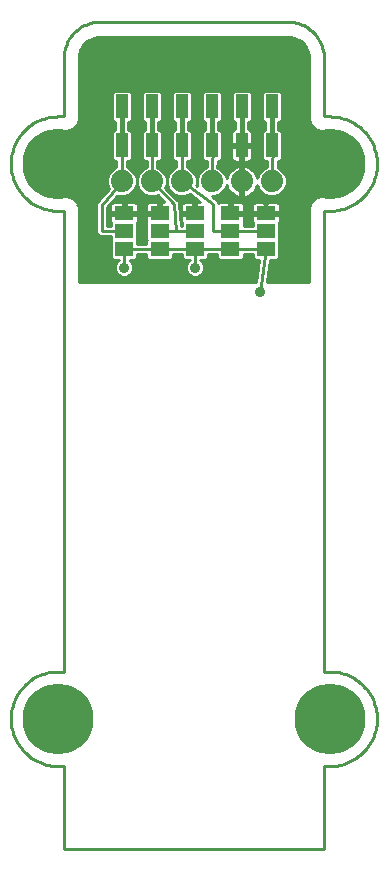
<source format=gtl>
G75*
%MOIN*%
%OFA0B0*%
%FSLAX24Y24*%
%IPPOS*%
%LPD*%
%AMOC8*
5,1,8,0,0,1.08239X$1,22.5*
%
%ADD10C,0.0100*%
%ADD11R,0.0630X0.0460*%
%ADD12C,0.0740*%
%ADD13C,0.0160*%
%ADD14R,0.0394X0.0787*%
%ADD15R,0.0197X0.0197*%
%ADD16C,0.2362*%
%ADD17C,0.0357*%
D10*
X002315Y003693D02*
X002512Y003693D01*
X002512Y000937D01*
X011174Y000937D01*
X011174Y003693D01*
X011370Y003693D01*
X011449Y003695D01*
X011527Y003701D01*
X011605Y003711D01*
X011682Y003724D01*
X011759Y003742D01*
X011834Y003763D01*
X011909Y003788D01*
X011982Y003817D01*
X012053Y003849D01*
X012123Y003885D01*
X012191Y003924D01*
X012257Y003967D01*
X012321Y004013D01*
X012382Y004061D01*
X012441Y004113D01*
X012497Y004168D01*
X012551Y004226D01*
X012601Y004286D01*
X012649Y004349D01*
X012693Y004413D01*
X012734Y004481D01*
X012772Y004549D01*
X012806Y004620D01*
X012836Y004693D01*
X012863Y004766D01*
X012886Y004841D01*
X012906Y004918D01*
X012921Y004995D01*
X012933Y005072D01*
X012941Y005150D01*
X012945Y005229D01*
X012945Y005307D01*
X012941Y005386D01*
X012933Y005464D01*
X012921Y005541D01*
X012906Y005618D01*
X012886Y005695D01*
X012863Y005770D01*
X012836Y005843D01*
X012806Y005916D01*
X012772Y005987D01*
X012734Y006056D01*
X012693Y006123D01*
X012649Y006187D01*
X012601Y006250D01*
X012551Y006310D01*
X012497Y006368D01*
X012441Y006423D01*
X012382Y006475D01*
X012321Y006523D01*
X012257Y006569D01*
X012191Y006612D01*
X012123Y006651D01*
X012053Y006687D01*
X011982Y006719D01*
X011909Y006748D01*
X011834Y006773D01*
X011759Y006794D01*
X011682Y006812D01*
X011605Y006825D01*
X011527Y006835D01*
X011449Y006841D01*
X011370Y006843D01*
X011174Y006843D01*
X011174Y022197D01*
X011370Y022197D01*
X011370Y022697D02*
X011074Y022697D01*
X010890Y022621D01*
X010750Y022480D01*
X010674Y022297D01*
X010674Y019835D01*
X009277Y019835D01*
X009377Y020568D01*
X009613Y020568D01*
X009689Y020644D01*
X009689Y021212D01*
X009673Y021228D01*
X009689Y021244D01*
X009689Y021812D01*
X009685Y021816D01*
X009699Y021840D01*
X009709Y021878D01*
X009709Y022078D01*
X009493Y022078D01*
X009493Y022178D01*
X009709Y022178D01*
X009709Y022378D01*
X009699Y022416D01*
X009680Y022450D01*
X009652Y022478D01*
X009617Y022498D01*
X009579Y022508D01*
X009294Y022508D01*
X009294Y022426D01*
X009244Y022426D01*
X009194Y022426D01*
X009194Y022508D01*
X008910Y022508D01*
X008872Y022498D01*
X008837Y022478D01*
X008809Y022450D01*
X008790Y022416D01*
X008779Y022378D01*
X008779Y022178D01*
X008996Y022178D01*
X008996Y022178D01*
X009194Y022178D01*
X009194Y022178D01*
X008996Y022178D01*
X008996Y022078D01*
X008779Y022078D01*
X008779Y021878D01*
X008790Y021840D01*
X008804Y021816D01*
X008799Y021812D01*
X008799Y021708D01*
X008508Y021708D01*
X008508Y021812D01*
X008504Y021816D01*
X008518Y021840D01*
X008528Y021878D01*
X008528Y022078D01*
X008113Y022078D01*
X008113Y022178D01*
X008013Y022178D01*
X008013Y022508D01*
X007729Y022508D01*
X007690Y022498D01*
X007656Y022478D01*
X007653Y022475D01*
X007653Y022508D01*
X007641Y022519D01*
X007639Y022535D01*
X007590Y022571D01*
X007547Y022613D01*
X007531Y022613D01*
X007437Y022681D01*
X007541Y022681D01*
X007725Y022758D01*
X007865Y022898D01*
X007934Y023063D01*
X007934Y023060D01*
X007959Y022982D01*
X007997Y022909D01*
X008045Y022843D01*
X008103Y022785D01*
X008169Y022737D01*
X008242Y022700D01*
X008320Y022674D01*
X008391Y022663D01*
X008391Y023131D01*
X008491Y023131D01*
X008491Y022663D01*
X008563Y022674D01*
X008641Y022700D01*
X008714Y022737D01*
X008780Y022785D01*
X008838Y022843D01*
X008886Y022909D01*
X008923Y022982D01*
X008949Y023060D01*
X008949Y023063D01*
X009017Y022898D01*
X009158Y022758D01*
X009342Y022681D01*
X009541Y022681D01*
X009725Y022758D01*
X009865Y022898D01*
X009941Y023082D01*
X009941Y023281D01*
X009865Y023465D01*
X009725Y023605D01*
X009633Y023643D01*
X009639Y023859D01*
X009692Y023859D01*
X009768Y023935D01*
X009768Y024830D01*
X009692Y024906D01*
X009653Y024906D01*
X009651Y024950D01*
X009651Y025158D01*
X009692Y025158D01*
X009768Y025234D01*
X009768Y026129D01*
X009692Y026205D01*
X009191Y026205D01*
X009114Y026129D01*
X009114Y025234D01*
X009191Y025158D01*
X009231Y025158D01*
X009231Y024906D01*
X009191Y024906D01*
X009114Y024830D01*
X009114Y023935D01*
X009191Y023859D01*
X009279Y023859D01*
X009273Y023653D01*
X009158Y023605D01*
X009017Y023465D01*
X008949Y023300D01*
X008949Y023303D01*
X008923Y023381D01*
X008886Y023454D01*
X008838Y023520D01*
X008780Y023578D01*
X008714Y023626D01*
X008641Y023663D01*
X008563Y023689D01*
X008491Y023700D01*
X008491Y023232D01*
X008391Y023232D01*
X008391Y023700D01*
X008320Y023689D01*
X008242Y023663D01*
X008169Y023626D01*
X008103Y023578D01*
X008045Y023520D01*
X007997Y023454D01*
X007959Y023381D01*
X007934Y023303D01*
X007934Y023300D01*
X007865Y023465D01*
X007725Y023605D01*
X007631Y023644D01*
X007635Y023859D01*
X007692Y023859D01*
X007768Y023935D01*
X007768Y024830D01*
X007692Y024906D01*
X007651Y024906D01*
X007651Y025158D01*
X007692Y025158D01*
X007768Y025234D01*
X007768Y026129D01*
X007692Y026205D01*
X007191Y026205D01*
X007114Y026129D01*
X007114Y025234D01*
X007191Y025158D01*
X007231Y025158D01*
X007231Y024906D01*
X007191Y024906D01*
X007114Y024830D01*
X007114Y023935D01*
X007191Y023859D01*
X007275Y023859D01*
X007271Y023652D01*
X007158Y023605D01*
X007017Y023465D01*
X006941Y023281D01*
X006865Y023465D01*
X006725Y023605D01*
X006621Y023648D01*
X006621Y023859D01*
X006692Y023859D01*
X006768Y023935D01*
X006768Y024830D01*
X006692Y024906D01*
X006651Y024906D01*
X006651Y025158D01*
X006692Y025158D01*
X006768Y025234D01*
X006768Y026129D01*
X006692Y026205D01*
X006191Y026205D01*
X006114Y026129D01*
X006114Y025234D01*
X006191Y025158D01*
X006231Y025158D01*
X006231Y024906D01*
X006191Y024906D01*
X006114Y024830D01*
X006114Y023935D01*
X006191Y023859D01*
X006261Y023859D01*
X006261Y023648D01*
X006158Y023605D01*
X006017Y023465D01*
X005941Y023281D01*
X005865Y023465D01*
X005725Y023605D01*
X005628Y023645D01*
X005632Y023859D01*
X005692Y023859D01*
X005768Y023935D01*
X005768Y024830D01*
X005692Y024906D01*
X005651Y024906D01*
X005651Y025158D01*
X005692Y025158D01*
X005768Y025234D01*
X005768Y026129D01*
X005692Y026205D01*
X005191Y026205D01*
X005114Y026129D01*
X005114Y025234D01*
X005191Y025158D01*
X005231Y025158D01*
X005231Y024906D01*
X005191Y024906D01*
X005114Y024830D01*
X005114Y023935D01*
X005191Y023859D01*
X005271Y023859D01*
X005268Y023651D01*
X005158Y023605D01*
X005017Y023465D01*
X004941Y023281D01*
X004865Y023465D01*
X004725Y023605D01*
X004621Y023648D01*
X004621Y023859D01*
X004692Y023859D01*
X004768Y023935D01*
X004768Y024830D01*
X004692Y024906D01*
X004651Y024906D01*
X004651Y025158D01*
X004692Y025158D01*
X004768Y025234D01*
X004768Y026129D01*
X004692Y026205D01*
X004191Y026205D01*
X004114Y026129D01*
X004114Y025234D01*
X004191Y025158D01*
X004231Y025158D01*
X004231Y024906D01*
X004191Y024906D01*
X004114Y024830D01*
X004114Y023935D01*
X004191Y023859D01*
X004261Y023859D01*
X004261Y023648D01*
X004158Y023605D01*
X004017Y023465D01*
X003941Y023281D01*
X003941Y023082D01*
X004000Y022940D01*
X003640Y022516D01*
X003592Y022469D01*
X003592Y022460D01*
X003587Y022454D01*
X003592Y022387D01*
X003592Y021453D01*
X003697Y021348D01*
X004075Y021348D01*
X004075Y021244D01*
X004091Y021228D01*
X004075Y021212D01*
X004075Y020644D01*
X004151Y020568D01*
X004340Y020568D01*
X004340Y020564D01*
X004259Y020482D01*
X004212Y020369D01*
X004212Y020246D01*
X004259Y020133D01*
X004345Y020046D01*
X004459Y019999D01*
X004581Y019999D01*
X004695Y020046D01*
X004782Y020133D01*
X004829Y020246D01*
X004829Y020369D01*
X004782Y020482D01*
X004700Y020564D01*
X004700Y020568D01*
X004889Y020568D01*
X004965Y020644D01*
X004965Y020748D01*
X005256Y020748D01*
X005256Y020644D01*
X005332Y020568D01*
X006070Y020568D01*
X006146Y020644D01*
X006146Y020748D01*
X006437Y020748D01*
X006437Y020644D01*
X006513Y020568D01*
X006702Y020568D01*
X006702Y020564D01*
X006621Y020482D01*
X006574Y020369D01*
X006574Y020246D01*
X006621Y020133D01*
X006708Y020046D01*
X006821Y019999D01*
X006944Y019999D01*
X007057Y020046D01*
X007144Y020133D01*
X007191Y020246D01*
X007191Y020369D01*
X007144Y020482D01*
X007062Y020564D01*
X007062Y020568D01*
X007251Y020568D01*
X007327Y020644D01*
X007327Y020748D01*
X007618Y020748D01*
X007618Y020644D01*
X007695Y020568D01*
X008432Y020568D01*
X008508Y020644D01*
X008508Y020748D01*
X008799Y020748D01*
X008799Y020644D01*
X008876Y020568D01*
X009014Y020568D01*
X008914Y019835D01*
X003012Y019835D01*
X003012Y022297D01*
X002936Y022480D01*
X002795Y022621D01*
X002612Y022697D01*
X002315Y022697D01*
X002175Y022706D01*
X001904Y022779D01*
X001661Y022919D01*
X001463Y023118D01*
X001322Y023361D01*
X001250Y023632D01*
X001250Y023912D01*
X001322Y024183D01*
X001463Y024426D01*
X001661Y024625D01*
X001904Y024765D01*
X002175Y024838D01*
X002315Y024847D01*
X002612Y024847D01*
X002795Y024923D01*
X002936Y025064D01*
X003012Y025247D01*
X003012Y027315D01*
X003018Y027404D01*
X003064Y027576D01*
X003153Y027730D01*
X003279Y027856D01*
X003433Y027945D01*
X003604Y027991D01*
X003693Y027996D01*
X009993Y027996D01*
X010081Y027991D01*
X010253Y027945D01*
X010407Y027856D01*
X010533Y027730D01*
X010622Y027576D01*
X010668Y027404D01*
X010674Y027315D01*
X010674Y025247D01*
X010750Y025064D01*
X010890Y024923D01*
X011074Y024847D01*
X011370Y024847D01*
X011511Y024838D01*
X011782Y024765D01*
X012025Y024625D01*
X012223Y024426D01*
X012363Y024183D01*
X012436Y023912D01*
X012436Y023632D01*
X012363Y023361D01*
X012223Y023118D01*
X012025Y022919D01*
X011782Y022779D01*
X011511Y022706D01*
X011370Y022697D01*
X011503Y022706D02*
X009600Y022706D01*
X009771Y022804D02*
X011826Y022804D01*
X011996Y022903D02*
X009867Y022903D01*
X009908Y023001D02*
X012107Y023001D01*
X012205Y023100D02*
X009941Y023100D01*
X009941Y023198D02*
X012270Y023198D01*
X012327Y023297D02*
X009935Y023297D01*
X009894Y023395D02*
X012373Y023395D01*
X012399Y023494D02*
X009836Y023494D01*
X009737Y023592D02*
X012426Y023592D01*
X012436Y023691D02*
X009634Y023691D01*
X009637Y023789D02*
X012436Y023789D01*
X012436Y023888D02*
X009721Y023888D01*
X009768Y023986D02*
X012416Y023986D01*
X012390Y024085D02*
X009768Y024085D01*
X009768Y024183D02*
X012363Y024183D01*
X012307Y024282D02*
X009768Y024282D01*
X009768Y024380D02*
X012250Y024380D01*
X012171Y024479D02*
X009768Y024479D01*
X009768Y024577D02*
X012072Y024577D01*
X011936Y024676D02*
X009768Y024676D01*
X009768Y024774D02*
X011747Y024774D01*
X011370Y025347D02*
X011174Y025347D01*
X011174Y027315D01*
X010672Y027335D02*
X003014Y027335D01*
X003012Y027237D02*
X010674Y027237D01*
X010674Y027138D02*
X003012Y027138D01*
X003012Y027040D02*
X010674Y027040D01*
X010674Y026941D02*
X003012Y026941D01*
X003012Y026843D02*
X010674Y026843D01*
X010674Y026744D02*
X003012Y026744D01*
X003012Y026646D02*
X010674Y026646D01*
X010674Y026547D02*
X003012Y026547D01*
X003012Y026449D02*
X010674Y026449D01*
X010674Y026350D02*
X003012Y026350D01*
X003012Y026252D02*
X010674Y026252D01*
X010674Y026153D02*
X009744Y026153D01*
X009768Y026055D02*
X010674Y026055D01*
X010674Y025956D02*
X009768Y025956D01*
X009768Y025858D02*
X010674Y025858D01*
X010674Y025759D02*
X009768Y025759D01*
X009768Y025661D02*
X010674Y025661D01*
X010674Y025562D02*
X009768Y025562D01*
X009768Y025464D02*
X010674Y025464D01*
X010674Y025365D02*
X009768Y025365D01*
X009768Y025267D02*
X010674Y025267D01*
X010706Y025168D02*
X009703Y025168D01*
X009651Y025070D02*
X010747Y025070D01*
X010842Y024971D02*
X009651Y024971D01*
X009725Y024873D02*
X011011Y024873D01*
X011370Y025347D02*
X011449Y025345D01*
X011527Y025339D01*
X011605Y025329D01*
X011682Y025316D01*
X011759Y025298D01*
X011834Y025277D01*
X011909Y025252D01*
X011982Y025223D01*
X012053Y025191D01*
X012123Y025155D01*
X012191Y025116D01*
X012257Y025073D01*
X012321Y025027D01*
X012382Y024979D01*
X012441Y024927D01*
X012497Y024872D01*
X012551Y024814D01*
X012601Y024754D01*
X012649Y024691D01*
X012693Y024627D01*
X012734Y024560D01*
X012772Y024491D01*
X012806Y024420D01*
X012836Y024347D01*
X012863Y024274D01*
X012886Y024199D01*
X012906Y024122D01*
X012921Y024045D01*
X012933Y023968D01*
X012941Y023890D01*
X012945Y023811D01*
X012945Y023733D01*
X012941Y023654D01*
X012933Y023576D01*
X012921Y023499D01*
X012906Y023422D01*
X012886Y023345D01*
X012863Y023270D01*
X012836Y023197D01*
X012806Y023124D01*
X012772Y023053D01*
X012734Y022985D01*
X012693Y022917D01*
X012649Y022853D01*
X012601Y022790D01*
X012551Y022730D01*
X012497Y022672D01*
X012441Y022617D01*
X012382Y022565D01*
X012321Y022517D01*
X012257Y022471D01*
X012191Y022428D01*
X012123Y022389D01*
X012053Y022353D01*
X011982Y022321D01*
X011909Y022292D01*
X011834Y022267D01*
X011759Y022246D01*
X011682Y022228D01*
X011605Y022215D01*
X011527Y022205D01*
X011449Y022199D01*
X011370Y022197D01*
X010877Y022607D02*
X007553Y022607D01*
X007600Y022706D02*
X008229Y022706D01*
X008391Y022706D02*
X008491Y022706D01*
X008491Y022804D02*
X008391Y022804D01*
X008391Y022903D02*
X008491Y022903D01*
X008491Y023001D02*
X008391Y023001D01*
X008391Y023100D02*
X008491Y023100D01*
X008491Y023297D02*
X008391Y023297D01*
X008391Y023395D02*
X008491Y023395D01*
X008491Y023494D02*
X008391Y023494D01*
X008391Y023592D02*
X008491Y023592D01*
X008491Y023691D02*
X008391Y023691D01*
X008334Y023691D02*
X007632Y023691D01*
X007634Y023789D02*
X009277Y023789D01*
X009274Y023691D02*
X008549Y023691D01*
X008490Y023839D02*
X008658Y023839D01*
X008696Y023849D01*
X008730Y023869D01*
X008758Y023896D01*
X008778Y023931D01*
X008788Y023969D01*
X008788Y024334D01*
X008540Y024334D01*
X008637Y024431D01*
X008788Y024431D01*
X008788Y024796D01*
X008778Y024834D01*
X008758Y024868D01*
X008730Y024896D01*
X008696Y024916D01*
X008658Y024926D01*
X008651Y024926D01*
X008651Y025158D01*
X008692Y025158D01*
X008768Y025234D01*
X008768Y026129D01*
X008692Y026205D01*
X008191Y026205D01*
X008114Y026129D01*
X008114Y025234D01*
X008191Y025158D01*
X008231Y025158D01*
X008231Y024926D01*
X008225Y024926D01*
X008187Y024916D01*
X008152Y024896D01*
X008124Y024868D01*
X008105Y024834D01*
X008094Y024796D01*
X008094Y024431D01*
X008246Y024431D01*
X008342Y024334D01*
X008094Y024334D01*
X008094Y023969D01*
X008105Y023931D01*
X008124Y023896D01*
X008152Y023869D01*
X008187Y023849D01*
X008225Y023839D01*
X008393Y023839D01*
X008393Y024322D01*
X008490Y024322D01*
X008490Y023839D01*
X008490Y023888D02*
X008393Y023888D01*
X008393Y023986D02*
X008490Y023986D01*
X008490Y024085D02*
X008393Y024085D01*
X008393Y024183D02*
X008490Y024183D01*
X008490Y024282D02*
X008393Y024282D01*
X008296Y024380D02*
X007768Y024380D01*
X007768Y024282D02*
X008094Y024282D01*
X008094Y024183D02*
X007768Y024183D01*
X007768Y024085D02*
X008094Y024085D01*
X008094Y023986D02*
X007768Y023986D01*
X007721Y023888D02*
X008133Y023888D01*
X008122Y023592D02*
X007737Y023592D01*
X007836Y023494D02*
X008026Y023494D01*
X007967Y023395D02*
X007894Y023395D01*
X007908Y023001D02*
X007953Y023001D01*
X008001Y022903D02*
X007867Y022903D01*
X007771Y022804D02*
X008083Y022804D01*
X008113Y022508D02*
X008113Y022178D01*
X008528Y022178D01*
X008528Y022378D01*
X008518Y022416D01*
X008498Y022450D01*
X008470Y022478D01*
X008436Y022498D01*
X008398Y022508D01*
X008113Y022508D01*
X008113Y022410D02*
X008013Y022410D01*
X008013Y022312D02*
X008113Y022312D01*
X008113Y022213D02*
X008013Y022213D01*
X008113Y022115D02*
X008996Y022115D01*
X008779Y022213D02*
X008528Y022213D01*
X008528Y022312D02*
X008779Y022312D01*
X008788Y022410D02*
X008520Y022410D01*
X008653Y022706D02*
X009283Y022706D01*
X009111Y022804D02*
X008800Y022804D01*
X008882Y022903D02*
X009016Y022903D01*
X008975Y023001D02*
X008930Y023001D01*
X008916Y023395D02*
X008989Y023395D01*
X009047Y023494D02*
X008857Y023494D01*
X008760Y023592D02*
X009145Y023592D01*
X009161Y023888D02*
X008750Y023888D01*
X008788Y023986D02*
X009114Y023986D01*
X009114Y024085D02*
X008788Y024085D01*
X008788Y024183D02*
X009114Y024183D01*
X009114Y024282D02*
X008788Y024282D01*
X008788Y024479D02*
X009114Y024479D01*
X009114Y024577D02*
X008788Y024577D01*
X008788Y024676D02*
X009114Y024676D01*
X009114Y024774D02*
X008788Y024774D01*
X008753Y024873D02*
X009158Y024873D01*
X009231Y024971D02*
X008651Y024971D01*
X008651Y025070D02*
X009231Y025070D01*
X009180Y025168D02*
X008703Y025168D01*
X008768Y025267D02*
X009114Y025267D01*
X009114Y025365D02*
X008768Y025365D01*
X008768Y025464D02*
X009114Y025464D01*
X009114Y025562D02*
X008768Y025562D01*
X008768Y025661D02*
X009114Y025661D01*
X009114Y025759D02*
X008768Y025759D01*
X008768Y025858D02*
X009114Y025858D01*
X009114Y025956D02*
X008768Y025956D01*
X008768Y026055D02*
X009114Y026055D01*
X009139Y026153D02*
X008744Y026153D01*
X008180Y025168D02*
X007703Y025168D01*
X007651Y025070D02*
X008231Y025070D01*
X008231Y024971D02*
X007651Y024971D01*
X007725Y024873D02*
X008129Y024873D01*
X008094Y024774D02*
X007768Y024774D01*
X007768Y024676D02*
X008094Y024676D01*
X008094Y024577D02*
X007768Y024577D01*
X007768Y024479D02*
X008094Y024479D01*
X008114Y025267D02*
X007768Y025267D01*
X007768Y025365D02*
X008114Y025365D01*
X008114Y025464D02*
X007768Y025464D01*
X007768Y025562D02*
X008114Y025562D01*
X008114Y025661D02*
X007768Y025661D01*
X007768Y025759D02*
X008114Y025759D01*
X008114Y025858D02*
X007768Y025858D01*
X007768Y025956D02*
X008114Y025956D01*
X008114Y026055D02*
X007768Y026055D01*
X007744Y026153D02*
X008139Y026153D01*
X007441Y025681D02*
X007473Y024756D01*
X007441Y023181D01*
X007047Y023494D02*
X006836Y023494D01*
X006894Y023395D02*
X006989Y023395D01*
X006948Y023297D02*
X006935Y023297D01*
X006941Y023281D02*
X006941Y023082D01*
X006928Y023051D01*
X006965Y023024D01*
X006941Y023082D01*
X006941Y023281D01*
X006941Y023198D02*
X006941Y023198D01*
X006941Y023100D02*
X006941Y023100D01*
X006790Y022706D02*
X006600Y022706D01*
X006541Y022681D02*
X006721Y022756D01*
X007064Y022508D01*
X006932Y022508D01*
X006932Y022178D01*
X006832Y022178D01*
X006832Y022078D01*
X006417Y022078D01*
X006417Y021878D01*
X006428Y021840D01*
X006441Y021816D01*
X006437Y021812D01*
X006437Y021708D01*
X006417Y021708D01*
X006354Y022440D01*
X006354Y022506D01*
X006347Y022513D01*
X006346Y022523D01*
X006296Y022566D01*
X005897Y022974D01*
X005941Y023082D01*
X005941Y023281D01*
X005941Y023082D01*
X006017Y022898D01*
X006158Y022758D01*
X006342Y022681D01*
X006541Y022681D01*
X006548Y022508D02*
X006509Y022498D01*
X006475Y022478D01*
X006447Y022450D01*
X006428Y022416D01*
X006417Y022378D01*
X006417Y022178D01*
X006832Y022178D01*
X006832Y022508D01*
X006548Y022508D01*
X006426Y022410D02*
X006356Y022410D01*
X006365Y022312D02*
X006417Y022312D01*
X006417Y022213D02*
X006373Y022213D01*
X006382Y022115D02*
X006832Y022115D01*
X006832Y022213D02*
X006932Y022213D01*
X006932Y022312D02*
X006832Y022312D01*
X006832Y022410D02*
X006932Y022410D01*
X007062Y022509D02*
X006352Y022509D01*
X006255Y022607D02*
X006926Y022607D01*
X006882Y021528D02*
X006252Y021528D01*
X006174Y022433D01*
X005441Y023181D01*
X005465Y024756D01*
X005441Y025681D01*
X005114Y025661D02*
X004768Y025661D01*
X004768Y025759D02*
X005114Y025759D01*
X005114Y025858D02*
X004768Y025858D01*
X004768Y025956D02*
X005114Y025956D01*
X005114Y026055D02*
X004768Y026055D01*
X004744Y026153D02*
X005139Y026153D01*
X005114Y025562D02*
X004768Y025562D01*
X004768Y025464D02*
X005114Y025464D01*
X005114Y025365D02*
X004768Y025365D01*
X004768Y025267D02*
X005114Y025267D01*
X005180Y025168D02*
X004703Y025168D01*
X004651Y025070D02*
X005231Y025070D01*
X005231Y024971D02*
X004651Y024971D01*
X004725Y024873D02*
X005158Y024873D01*
X005114Y024774D02*
X004768Y024774D01*
X004768Y024676D02*
X005114Y024676D01*
X005114Y024577D02*
X004768Y024577D01*
X004768Y024479D02*
X005114Y024479D01*
X005114Y024380D02*
X004768Y024380D01*
X004768Y024282D02*
X005114Y024282D01*
X005114Y024183D02*
X004768Y024183D01*
X004768Y024085D02*
X005114Y024085D01*
X005114Y023986D02*
X004768Y023986D01*
X004721Y023888D02*
X005161Y023888D01*
X005270Y023789D02*
X004621Y023789D01*
X004621Y023691D02*
X005269Y023691D01*
X005145Y023592D02*
X004737Y023592D01*
X004836Y023494D02*
X005047Y023494D01*
X004989Y023395D02*
X004894Y023395D01*
X004935Y023297D02*
X004948Y023297D01*
X004941Y023281D02*
X004941Y023082D01*
X004941Y023281D01*
X004941Y023198D02*
X004941Y023198D01*
X004941Y023100D02*
X004941Y023100D01*
X004941Y023082D02*
X004865Y022898D01*
X004725Y022758D01*
X004541Y022681D01*
X004342Y022681D01*
X004276Y022709D01*
X003952Y022328D01*
X003952Y021708D01*
X004075Y021708D01*
X004075Y021812D01*
X004079Y021816D01*
X004065Y021840D01*
X004055Y021878D01*
X004055Y022078D01*
X004470Y022078D01*
X004470Y022178D01*
X004055Y022178D01*
X004055Y022378D01*
X004065Y022416D01*
X004085Y022450D01*
X004113Y022478D01*
X004147Y022498D01*
X004185Y022508D01*
X004470Y022508D01*
X004470Y022178D01*
X004570Y022178D01*
X004570Y022508D01*
X004855Y022508D01*
X004893Y022498D01*
X004927Y022478D01*
X004955Y022450D01*
X004975Y022416D01*
X004985Y022378D01*
X004985Y022178D01*
X004570Y022178D01*
X004570Y022078D01*
X004985Y022078D01*
X004985Y021878D01*
X004975Y021840D01*
X004961Y021816D01*
X004965Y021812D01*
X004965Y021244D01*
X004949Y021228D01*
X004965Y021212D01*
X004965Y021108D01*
X005256Y021108D01*
X005256Y021212D01*
X005272Y021228D01*
X005256Y021244D01*
X005256Y021812D01*
X005260Y021816D01*
X005246Y021840D01*
X005236Y021878D01*
X005236Y022078D01*
X005651Y022078D01*
X005651Y022178D01*
X005236Y022178D01*
X005236Y022378D01*
X005246Y022416D01*
X005266Y022450D01*
X005294Y022478D01*
X005328Y022498D01*
X005366Y022508D01*
X005651Y022508D01*
X005651Y022178D01*
X005751Y022178D01*
X005751Y022508D01*
X005849Y022508D01*
X005639Y022722D01*
X005541Y022681D01*
X005342Y022681D01*
X005158Y022758D01*
X005017Y022898D01*
X004941Y023082D01*
X004908Y023001D02*
X004975Y023001D01*
X005016Y022903D02*
X004867Y022903D01*
X004771Y022804D02*
X005111Y022804D01*
X005283Y022706D02*
X004600Y022706D01*
X004570Y022410D02*
X004470Y022410D01*
X004470Y022312D02*
X004570Y022312D01*
X004570Y022213D02*
X004470Y022213D01*
X004470Y022115D02*
X003952Y022115D01*
X003952Y022213D02*
X004055Y022213D01*
X004055Y022312D02*
X003952Y022312D01*
X004022Y022410D02*
X004064Y022410D01*
X004106Y022509D02*
X005848Y022509D01*
X005751Y022607D02*
X004190Y022607D01*
X004273Y022706D02*
X004283Y022706D01*
X004441Y023181D02*
X003772Y022394D01*
X003772Y021528D01*
X004520Y021528D01*
X004570Y022115D02*
X005651Y022115D01*
X005651Y022213D02*
X005751Y022213D01*
X005751Y022312D02*
X005651Y022312D01*
X005651Y022410D02*
X005751Y022410D01*
X005655Y022706D02*
X005600Y022706D01*
X005908Y023001D02*
X005975Y023001D01*
X005966Y022903D02*
X006016Y022903D01*
X006062Y022804D02*
X006111Y022804D01*
X006159Y022706D02*
X006283Y022706D01*
X006441Y023181D02*
X007473Y022433D01*
X007473Y021528D01*
X008063Y021528D01*
X009244Y021528D01*
X009244Y020928D02*
X009048Y019481D01*
X008916Y019849D02*
X003012Y019849D01*
X003012Y019948D02*
X008930Y019948D01*
X008943Y020046D02*
X007057Y020046D01*
X007149Y020145D02*
X008956Y020145D01*
X008970Y020243D02*
X007190Y020243D01*
X007191Y020342D02*
X008983Y020342D01*
X008997Y020440D02*
X007161Y020440D01*
X007087Y020539D02*
X009010Y020539D01*
X008806Y020637D02*
X008502Y020637D01*
X008508Y020736D02*
X008799Y020736D01*
X009244Y020928D02*
X008063Y020928D01*
X006882Y020928D01*
X006882Y020307D01*
X006678Y020539D02*
X004725Y020539D01*
X004799Y020440D02*
X006604Y020440D01*
X006574Y020342D02*
X004829Y020342D01*
X004827Y020243D02*
X006575Y020243D01*
X006616Y020145D02*
X004787Y020145D01*
X004695Y020046D02*
X006707Y020046D01*
X006444Y020637D02*
X006140Y020637D01*
X006146Y020736D02*
X006437Y020736D01*
X006882Y020928D02*
X005701Y020928D01*
X004520Y020928D01*
X004520Y020307D01*
X004241Y020440D02*
X003012Y020440D01*
X003012Y020342D02*
X004212Y020342D01*
X004213Y020243D02*
X003012Y020243D01*
X003012Y020145D02*
X004254Y020145D01*
X004345Y020046D02*
X003012Y020046D01*
X003012Y020539D02*
X004315Y020539D01*
X004082Y020637D02*
X003012Y020637D01*
X003012Y020736D02*
X004075Y020736D01*
X004075Y020834D02*
X003012Y020834D01*
X003012Y020933D02*
X004075Y020933D01*
X004075Y021031D02*
X003012Y021031D01*
X003012Y021130D02*
X004075Y021130D01*
X004091Y021228D02*
X003012Y021228D01*
X003012Y021327D02*
X004075Y021327D01*
X004075Y021721D02*
X003952Y021721D01*
X003952Y021819D02*
X004077Y021819D01*
X004055Y021918D02*
X003952Y021918D01*
X003952Y022016D02*
X004055Y022016D01*
X003717Y022607D02*
X002809Y022607D01*
X002908Y022509D02*
X003632Y022509D01*
X003590Y022410D02*
X002965Y022410D01*
X003006Y022312D02*
X003592Y022312D01*
X003592Y022213D02*
X003012Y022213D01*
X003012Y022115D02*
X003592Y022115D01*
X003592Y022016D02*
X003012Y022016D01*
X003012Y021918D02*
X003592Y021918D01*
X003592Y021819D02*
X003012Y021819D01*
X003012Y021721D02*
X003592Y021721D01*
X003592Y021622D02*
X003012Y021622D01*
X003012Y021524D02*
X003592Y021524D01*
X003620Y021425D02*
X003012Y021425D01*
X002512Y022197D02*
X002512Y006843D01*
X002315Y006843D01*
X002236Y006841D01*
X002158Y006835D01*
X002080Y006825D01*
X002003Y006812D01*
X001926Y006794D01*
X001851Y006773D01*
X001776Y006748D01*
X001703Y006719D01*
X001632Y006687D01*
X001562Y006651D01*
X001494Y006612D01*
X001428Y006569D01*
X001364Y006523D01*
X001303Y006475D01*
X001244Y006423D01*
X001188Y006368D01*
X001134Y006310D01*
X001084Y006250D01*
X001036Y006187D01*
X000992Y006123D01*
X000951Y006055D01*
X000913Y005987D01*
X000879Y005916D01*
X000849Y005843D01*
X000822Y005770D01*
X000799Y005695D01*
X000779Y005618D01*
X000764Y005541D01*
X000752Y005464D01*
X000744Y005386D01*
X000740Y005307D01*
X000740Y005229D01*
X000744Y005150D01*
X000752Y005072D01*
X000764Y004995D01*
X000779Y004918D01*
X000799Y004841D01*
X000822Y004766D01*
X000849Y004693D01*
X000879Y004620D01*
X000913Y004549D01*
X000951Y004480D01*
X000992Y004413D01*
X001036Y004349D01*
X001084Y004286D01*
X001134Y004226D01*
X001188Y004168D01*
X001244Y004113D01*
X001303Y004061D01*
X001364Y004013D01*
X001428Y003967D01*
X001494Y003924D01*
X001562Y003885D01*
X001632Y003849D01*
X001703Y003817D01*
X001776Y003788D01*
X001851Y003763D01*
X001926Y003742D01*
X002003Y003724D01*
X002080Y003711D01*
X002158Y003701D01*
X002236Y003695D01*
X002315Y003693D01*
X009279Y019849D02*
X010674Y019849D01*
X010674Y019948D02*
X009293Y019948D01*
X009306Y020046D02*
X010674Y020046D01*
X010674Y020145D02*
X009320Y020145D01*
X009333Y020243D02*
X010674Y020243D01*
X010674Y020342D02*
X009346Y020342D01*
X009360Y020440D02*
X010674Y020440D01*
X010674Y020539D02*
X009373Y020539D01*
X009683Y020637D02*
X010674Y020637D01*
X010674Y020736D02*
X009689Y020736D01*
X009689Y020834D02*
X010674Y020834D01*
X010674Y020933D02*
X009689Y020933D01*
X009689Y021031D02*
X010674Y021031D01*
X010674Y021130D02*
X009689Y021130D01*
X009674Y021228D02*
X010674Y021228D01*
X010674Y021327D02*
X009689Y021327D01*
X009689Y021425D02*
X010674Y021425D01*
X010674Y021524D02*
X009689Y021524D01*
X009689Y021622D02*
X010674Y021622D01*
X010674Y021721D02*
X009689Y021721D01*
X009687Y021819D02*
X010674Y021819D01*
X010674Y021918D02*
X009709Y021918D01*
X009709Y022016D02*
X010674Y022016D01*
X010674Y022115D02*
X009493Y022115D01*
X009493Y022178D02*
X009294Y022178D01*
X009493Y022178D01*
X009493Y022178D01*
X009294Y022178D02*
X009294Y022178D01*
X009244Y022178D02*
X009244Y022426D01*
X009244Y022178D01*
X009244Y022178D01*
X009244Y022213D02*
X009244Y022213D01*
X009244Y022312D02*
X009244Y022312D01*
X009244Y022410D02*
X009244Y022410D01*
X009441Y023181D02*
X009481Y024717D01*
X009441Y025681D01*
X009114Y024380D02*
X008587Y024380D01*
X007652Y022509D02*
X010778Y022509D01*
X010721Y022410D02*
X009701Y022410D01*
X009709Y022312D02*
X010680Y022312D01*
X010674Y022213D02*
X009709Y022213D01*
X008779Y022016D02*
X008528Y022016D01*
X008528Y021918D02*
X008779Y021918D01*
X008802Y021819D02*
X008506Y021819D01*
X008508Y021721D02*
X008799Y021721D01*
X007618Y020736D02*
X007327Y020736D01*
X007321Y020637D02*
X007625Y020637D01*
X006437Y021721D02*
X006416Y021721D01*
X006408Y021819D02*
X006439Y021819D01*
X006417Y021918D02*
X006399Y021918D01*
X006391Y022016D02*
X006417Y022016D01*
X006252Y021528D02*
X005701Y021528D01*
X005256Y021524D02*
X004965Y021524D01*
X004965Y021622D02*
X005256Y021622D01*
X005256Y021721D02*
X004965Y021721D01*
X004963Y021819D02*
X005258Y021819D01*
X005236Y021918D02*
X004985Y021918D01*
X004985Y022016D02*
X005236Y022016D01*
X005236Y022213D02*
X004985Y022213D01*
X004985Y022312D02*
X005236Y022312D01*
X005245Y022410D02*
X004976Y022410D01*
X004441Y023181D02*
X004441Y024382D01*
X004114Y024380D02*
X001436Y024380D01*
X001379Y024282D02*
X004114Y024282D01*
X004114Y024183D02*
X001322Y024183D01*
X001296Y024085D02*
X004114Y024085D01*
X004114Y023986D02*
X001270Y023986D01*
X001250Y023888D02*
X004161Y023888D01*
X004261Y023789D02*
X001250Y023789D01*
X001250Y023691D02*
X004261Y023691D01*
X004145Y023592D02*
X001260Y023592D01*
X001287Y023494D02*
X004047Y023494D01*
X003989Y023395D02*
X001313Y023395D01*
X001359Y023297D02*
X003948Y023297D01*
X003941Y023198D02*
X001416Y023198D01*
X001480Y023100D02*
X003941Y023100D01*
X003975Y023001D02*
X001579Y023001D01*
X001689Y022903D02*
X003968Y022903D01*
X003885Y022804D02*
X001860Y022804D01*
X002182Y022706D02*
X003801Y022706D01*
X004114Y024479D02*
X001515Y024479D01*
X001614Y024577D02*
X004114Y024577D01*
X004114Y024676D02*
X001750Y024676D01*
X001939Y024774D02*
X004114Y024774D01*
X004158Y024873D02*
X002675Y024873D01*
X002844Y024971D02*
X004231Y024971D01*
X004231Y025070D02*
X002939Y025070D01*
X002980Y025168D02*
X004180Y025168D01*
X004114Y025267D02*
X003012Y025267D01*
X003012Y025365D02*
X004114Y025365D01*
X004114Y025464D02*
X003012Y025464D01*
X003012Y025562D02*
X004114Y025562D01*
X004114Y025661D02*
X003012Y025661D01*
X003012Y025759D02*
X004114Y025759D01*
X004114Y025858D02*
X003012Y025858D01*
X003012Y025956D02*
X004114Y025956D01*
X004114Y026055D02*
X003012Y026055D01*
X003012Y026153D02*
X004139Y026153D01*
X002512Y027315D02*
X002514Y027381D01*
X002519Y027447D01*
X002529Y027513D01*
X002542Y027578D01*
X002558Y027642D01*
X002578Y027705D01*
X002602Y027767D01*
X002629Y027827D01*
X002659Y027886D01*
X002693Y027943D01*
X002730Y027998D01*
X002770Y028051D01*
X002812Y028102D01*
X002858Y028150D01*
X002906Y028196D01*
X002957Y028238D01*
X003010Y028278D01*
X003065Y028315D01*
X003122Y028349D01*
X003181Y028379D01*
X003241Y028406D01*
X003303Y028430D01*
X003366Y028450D01*
X003430Y028466D01*
X003495Y028479D01*
X003561Y028489D01*
X003627Y028494D01*
X003693Y028496D01*
X009993Y028496D01*
X010285Y027926D02*
X003401Y027926D01*
X003251Y027828D02*
X010435Y027828D01*
X010533Y027729D02*
X003153Y027729D01*
X003096Y027631D02*
X010590Y027631D01*
X010633Y027532D02*
X003052Y027532D01*
X003026Y027434D02*
X010660Y027434D01*
X011174Y027315D02*
X011172Y027381D01*
X011167Y027447D01*
X011157Y027513D01*
X011144Y027578D01*
X011128Y027642D01*
X011108Y027705D01*
X011084Y027767D01*
X011057Y027827D01*
X011027Y027886D01*
X010993Y027943D01*
X010956Y027998D01*
X010916Y028051D01*
X010874Y028102D01*
X010828Y028150D01*
X010780Y028196D01*
X010729Y028238D01*
X010676Y028278D01*
X010621Y028315D01*
X010564Y028349D01*
X010505Y028379D01*
X010445Y028406D01*
X010383Y028430D01*
X010320Y028450D01*
X010256Y028466D01*
X010191Y028479D01*
X010125Y028489D01*
X010059Y028494D01*
X009993Y028496D01*
X007231Y025070D02*
X006651Y025070D01*
X006651Y024971D02*
X007231Y024971D01*
X007158Y024873D02*
X006725Y024873D01*
X006768Y024774D02*
X007114Y024774D01*
X007114Y024676D02*
X006768Y024676D01*
X006768Y024577D02*
X007114Y024577D01*
X007114Y024479D02*
X006768Y024479D01*
X006768Y024380D02*
X007114Y024380D01*
X007114Y024282D02*
X006768Y024282D01*
X006768Y024183D02*
X007114Y024183D01*
X007114Y024085D02*
X006768Y024085D01*
X006768Y023986D02*
X007114Y023986D01*
X007161Y023888D02*
X006721Y023888D01*
X006621Y023789D02*
X007273Y023789D01*
X007271Y023691D02*
X006621Y023691D01*
X006737Y023592D02*
X007145Y023592D01*
X006441Y023181D02*
X006441Y024382D01*
X006114Y024380D02*
X005768Y024380D01*
X005768Y024282D02*
X006114Y024282D01*
X006114Y024183D02*
X005768Y024183D01*
X005768Y024085D02*
X006114Y024085D01*
X006114Y023986D02*
X005768Y023986D01*
X005721Y023888D02*
X006161Y023888D01*
X006261Y023789D02*
X005630Y023789D01*
X005629Y023691D02*
X006261Y023691D01*
X006145Y023592D02*
X005737Y023592D01*
X005836Y023494D02*
X006047Y023494D01*
X005989Y023395D02*
X005894Y023395D01*
X005935Y023297D02*
X005948Y023297D01*
X005941Y023198D02*
X005941Y023198D01*
X005941Y023100D02*
X005941Y023100D01*
X005768Y024479D02*
X006114Y024479D01*
X006114Y024577D02*
X005768Y024577D01*
X005768Y024676D02*
X006114Y024676D01*
X006114Y024774D02*
X005768Y024774D01*
X005725Y024873D02*
X006158Y024873D01*
X006231Y024971D02*
X005651Y024971D01*
X005651Y025070D02*
X006231Y025070D01*
X006180Y025168D02*
X005703Y025168D01*
X005768Y025267D02*
X006114Y025267D01*
X006114Y025365D02*
X005768Y025365D01*
X005768Y025464D02*
X006114Y025464D01*
X006114Y025562D02*
X005768Y025562D01*
X005768Y025661D02*
X006114Y025661D01*
X006114Y025759D02*
X005768Y025759D01*
X005768Y025858D02*
X006114Y025858D01*
X006114Y025956D02*
X005768Y025956D01*
X005768Y026055D02*
X006114Y026055D01*
X006139Y026153D02*
X005744Y026153D01*
X006744Y026153D02*
X007139Y026153D01*
X007114Y026055D02*
X006768Y026055D01*
X006768Y025956D02*
X007114Y025956D01*
X007114Y025858D02*
X006768Y025858D01*
X006768Y025759D02*
X007114Y025759D01*
X007114Y025661D02*
X006768Y025661D01*
X006768Y025562D02*
X007114Y025562D01*
X007114Y025464D02*
X006768Y025464D01*
X006768Y025365D02*
X007114Y025365D01*
X007114Y025267D02*
X006768Y025267D01*
X006703Y025168D02*
X007180Y025168D01*
X005256Y021425D02*
X004965Y021425D01*
X004965Y021327D02*
X005256Y021327D01*
X005272Y021228D02*
X004949Y021228D01*
X004965Y021130D02*
X005256Y021130D01*
X005256Y020736D02*
X004965Y020736D01*
X004958Y020637D02*
X005263Y020637D01*
X002512Y022197D02*
X002315Y022197D01*
X002236Y022199D01*
X002158Y022205D01*
X002080Y022215D01*
X002003Y022228D01*
X001926Y022246D01*
X001851Y022267D01*
X001776Y022292D01*
X001703Y022321D01*
X001632Y022353D01*
X001562Y022389D01*
X001494Y022428D01*
X001428Y022471D01*
X001364Y022517D01*
X001303Y022565D01*
X001244Y022617D01*
X001188Y022672D01*
X001134Y022730D01*
X001084Y022790D01*
X001036Y022853D01*
X000992Y022917D01*
X000951Y022984D01*
X000913Y023053D01*
X000879Y023124D01*
X000849Y023197D01*
X000822Y023270D01*
X000799Y023345D01*
X000779Y023422D01*
X000764Y023499D01*
X000752Y023576D01*
X000744Y023654D01*
X000740Y023733D01*
X000740Y023811D01*
X000744Y023890D01*
X000752Y023968D01*
X000764Y024045D01*
X000779Y024122D01*
X000799Y024199D01*
X000822Y024274D01*
X000849Y024347D01*
X000879Y024420D01*
X000913Y024491D01*
X000951Y024559D01*
X000992Y024627D01*
X001036Y024691D01*
X001084Y024754D01*
X001134Y024814D01*
X001188Y024872D01*
X001244Y024927D01*
X001303Y024979D01*
X001364Y025027D01*
X001428Y025073D01*
X001494Y025116D01*
X001562Y025155D01*
X001632Y025191D01*
X001703Y025223D01*
X001776Y025252D01*
X001851Y025277D01*
X001926Y025298D01*
X002003Y025316D01*
X002080Y025329D01*
X002158Y025339D01*
X002236Y025345D01*
X002315Y025347D01*
X002512Y025347D01*
X002512Y027315D01*
D11*
X004520Y022128D03*
X004520Y021528D03*
X004520Y020928D03*
X005701Y020928D03*
X005701Y021528D03*
X005701Y022128D03*
X006882Y022128D03*
X006882Y021528D03*
X006882Y020928D03*
X008063Y020928D03*
X008063Y021528D03*
X008063Y022128D03*
X009244Y022128D03*
X009244Y021528D03*
X009244Y020928D03*
D12*
X009441Y023181D03*
X008441Y023181D03*
X007441Y023181D03*
X006441Y023181D03*
X005441Y023181D03*
X004441Y023181D03*
D13*
X004441Y024532D02*
X004441Y025532D01*
X005441Y025532D02*
X005441Y024532D01*
X006441Y024532D02*
X006441Y025532D01*
X007441Y025532D02*
X007441Y024532D01*
X008441Y024532D02*
X008441Y025532D01*
X009441Y025532D02*
X009441Y024532D01*
D14*
X009441Y024382D03*
X009441Y025681D03*
X008441Y025681D03*
X008441Y024382D03*
X007441Y024382D03*
X007441Y025681D03*
X006441Y025681D03*
X006441Y024382D03*
X005441Y024382D03*
X005441Y025681D03*
X004441Y025681D03*
X004441Y024382D03*
D15*
X004520Y021548D03*
X004520Y020878D03*
X009244Y021508D03*
X009244Y022178D03*
D16*
X011370Y023772D03*
X011370Y005268D03*
X002315Y005268D03*
X002315Y023772D03*
D17*
X004520Y020307D03*
X006882Y020307D03*
X009048Y019481D03*
M02*

</source>
